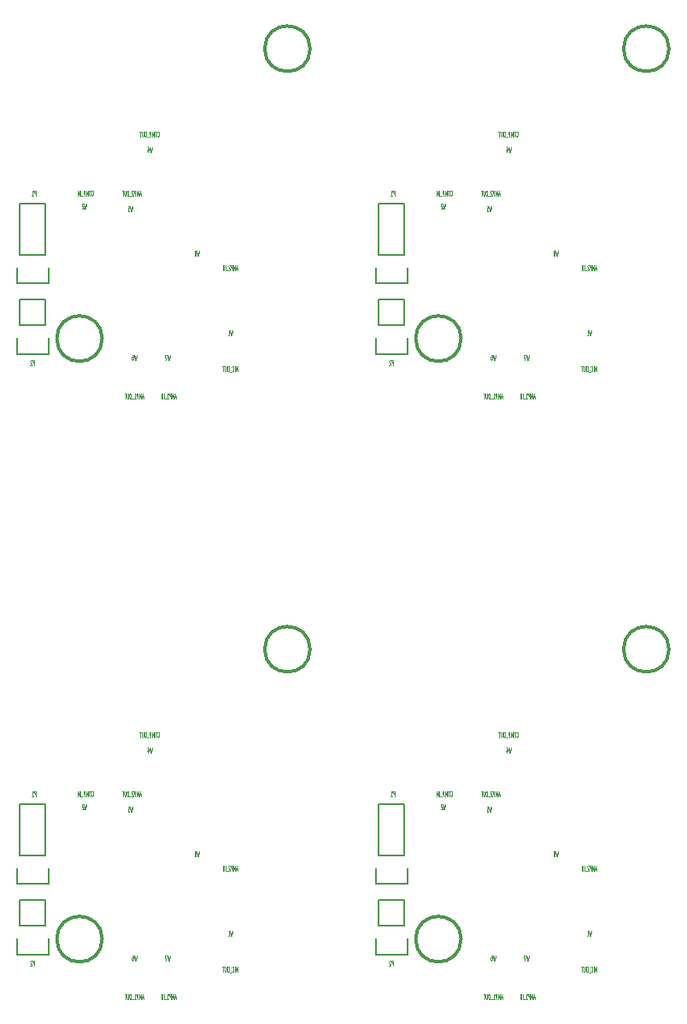
<source format=gbr>
G04 #@! TF.FileFunction,Legend,Bot*
%FSLAX46Y46*%
G04 Gerber Fmt 4.6, Leading zero omitted, Abs format (unit mm)*
G04 Created by KiCad (PCBNEW 0.201601221447+6507~42~ubuntu15.10.1-product) date Fri 22 Jan 2016 07:17:06 PM EST*
%MOMM*%
G01*
G04 APERTURE LIST*
%ADD10C,0.100000*%
%ADD11C,0.063500*%
%ADD12C,0.150000*%
%ADD13C,0.307000*%
%ADD14C,0.025400*%
G04 APERTURE END LIST*
D10*
D11*
X70962762Y-122784810D02*
X70962762Y-122276810D01*
X70878095Y-122639667D01*
X70793428Y-122276810D01*
X70793428Y-122784810D01*
X70672476Y-122784810D02*
X70672476Y-122276810D01*
X70406381Y-122736429D02*
X70418476Y-122760619D01*
X70454762Y-122784810D01*
X70478952Y-122784810D01*
X70515238Y-122760619D01*
X70539429Y-122712238D01*
X70551524Y-122663857D01*
X70563619Y-122567095D01*
X70563619Y-122494524D01*
X70551524Y-122397762D01*
X70539429Y-122349381D01*
X70515238Y-122301000D01*
X70478952Y-122276810D01*
X70454762Y-122276810D01*
X70418476Y-122301000D01*
X70406381Y-122325190D01*
X70358000Y-122833190D02*
X70164476Y-122833190D01*
X70055619Y-122276810D02*
X70007238Y-122276810D01*
X69983047Y-122301000D01*
X69958857Y-122349381D01*
X69946762Y-122446143D01*
X69946762Y-122615476D01*
X69958857Y-122712238D01*
X69983047Y-122760619D01*
X70007238Y-122784810D01*
X70055619Y-122784810D01*
X70079809Y-122760619D01*
X70104000Y-122712238D01*
X70116095Y-122615476D01*
X70116095Y-122446143D01*
X70104000Y-122349381D01*
X70079809Y-122301000D01*
X70055619Y-122276810D01*
X69837905Y-122276810D02*
X69837905Y-122688048D01*
X69825810Y-122736429D01*
X69813714Y-122760619D01*
X69789524Y-122784810D01*
X69741143Y-122784810D01*
X69716952Y-122760619D01*
X69704857Y-122736429D01*
X69692762Y-122688048D01*
X69692762Y-122276810D01*
X69608096Y-122276810D02*
X69462953Y-122276810D01*
X69535524Y-122784810D02*
X69535524Y-122276810D01*
X64878857Y-125306667D02*
X64757905Y-125306667D01*
X64903048Y-125451810D02*
X64818381Y-124943810D01*
X64733714Y-125451810D01*
X64649048Y-125451810D02*
X64649048Y-124943810D01*
X64564381Y-125306667D01*
X64479714Y-124943810D01*
X64479714Y-125451810D01*
X64358762Y-125451810D02*
X64358762Y-124943810D01*
X64262000Y-124943810D01*
X64237809Y-124968000D01*
X64225714Y-124992190D01*
X64213619Y-125040571D01*
X64213619Y-125113143D01*
X64225714Y-125161524D01*
X64237809Y-125185714D01*
X64262000Y-125209905D01*
X64358762Y-125209905D01*
X63971714Y-125451810D02*
X64116857Y-125451810D01*
X64044286Y-125451810D02*
X64044286Y-124943810D01*
X64068476Y-125016381D01*
X64092667Y-125064762D01*
X64116857Y-125088952D01*
X63923333Y-125500190D02*
X63729809Y-125500190D01*
X63669333Y-125451810D02*
X63669333Y-124943810D01*
X63548381Y-125451810D02*
X63548381Y-124943810D01*
X63403238Y-125451810D01*
X63403238Y-124943810D01*
X61619190Y-125306667D02*
X61498238Y-125306667D01*
X61643381Y-125451810D02*
X61558714Y-124943810D01*
X61474047Y-125451810D01*
X61389381Y-125451810D02*
X61389381Y-124943810D01*
X61304714Y-125306667D01*
X61220047Y-124943810D01*
X61220047Y-125451810D01*
X61099095Y-125451810D02*
X61099095Y-124943810D01*
X61002333Y-124943810D01*
X60978142Y-124968000D01*
X60966047Y-124992190D01*
X60953952Y-125040571D01*
X60953952Y-125113143D01*
X60966047Y-125161524D01*
X60978142Y-125185714D01*
X61002333Y-125209905D01*
X61099095Y-125209905D01*
X60712047Y-125451810D02*
X60857190Y-125451810D01*
X60784619Y-125451810D02*
X60784619Y-124943810D01*
X60808809Y-125016381D01*
X60833000Y-125064762D01*
X60857190Y-125088952D01*
X60663666Y-125500190D02*
X60470142Y-125500190D01*
X60361285Y-124943810D02*
X60312904Y-124943810D01*
X60288713Y-124968000D01*
X60264523Y-125016381D01*
X60252428Y-125113143D01*
X60252428Y-125282476D01*
X60264523Y-125379238D01*
X60288713Y-125427619D01*
X60312904Y-125451810D01*
X60361285Y-125451810D01*
X60385475Y-125427619D01*
X60409666Y-125379238D01*
X60421761Y-125282476D01*
X60421761Y-125113143D01*
X60409666Y-125016381D01*
X60385475Y-124968000D01*
X60361285Y-124943810D01*
X60143571Y-124943810D02*
X60143571Y-125355048D01*
X60131476Y-125403429D01*
X60119380Y-125427619D01*
X60095190Y-125451810D01*
X60046809Y-125451810D01*
X60022618Y-125427619D01*
X60010523Y-125403429D01*
X59998428Y-125355048D01*
X59998428Y-124943810D01*
X59913762Y-124943810D02*
X59768619Y-124943810D01*
X59841190Y-125451810D02*
X59841190Y-124943810D01*
X70974857Y-112606667D02*
X70853905Y-112606667D01*
X70999048Y-112751810D02*
X70914381Y-112243810D01*
X70829714Y-112751810D01*
X70745048Y-112751810D02*
X70745048Y-112243810D01*
X70660381Y-112606667D01*
X70575714Y-112243810D01*
X70575714Y-112751810D01*
X70454762Y-112751810D02*
X70454762Y-112243810D01*
X70358000Y-112243810D01*
X70333809Y-112268000D01*
X70321714Y-112292190D01*
X70309619Y-112340571D01*
X70309619Y-112413143D01*
X70321714Y-112461524D01*
X70333809Y-112485714D01*
X70358000Y-112509905D01*
X70454762Y-112509905D01*
X70212857Y-112292190D02*
X70200762Y-112268000D01*
X70176571Y-112243810D01*
X70116095Y-112243810D01*
X70091905Y-112268000D01*
X70079809Y-112292190D01*
X70067714Y-112340571D01*
X70067714Y-112388952D01*
X70079809Y-112461524D01*
X70224952Y-112751810D01*
X70067714Y-112751810D01*
X70019333Y-112800190D02*
X69825809Y-112800190D01*
X69765333Y-112751810D02*
X69765333Y-112243810D01*
X69644381Y-112751810D02*
X69644381Y-112243810D01*
X69499238Y-112751810D01*
X69499238Y-112243810D01*
X56496857Y-105337429D02*
X56508952Y-105361619D01*
X56545238Y-105385810D01*
X56569428Y-105385810D01*
X56605714Y-105361619D01*
X56629905Y-105313238D01*
X56642000Y-105264857D01*
X56654095Y-105168095D01*
X56654095Y-105095524D01*
X56642000Y-104998762D01*
X56629905Y-104950381D01*
X56605714Y-104902000D01*
X56569428Y-104877810D01*
X56545238Y-104877810D01*
X56508952Y-104902000D01*
X56496857Y-104926190D01*
X56339619Y-104877810D02*
X56291238Y-104877810D01*
X56267047Y-104902000D01*
X56242857Y-104950381D01*
X56230762Y-105047143D01*
X56230762Y-105216476D01*
X56242857Y-105313238D01*
X56267047Y-105361619D01*
X56291238Y-105385810D01*
X56339619Y-105385810D01*
X56363809Y-105361619D01*
X56388000Y-105313238D01*
X56400095Y-105216476D01*
X56400095Y-105047143D01*
X56388000Y-104950381D01*
X56363809Y-104902000D01*
X56339619Y-104877810D01*
X56121905Y-105385810D02*
X56121905Y-104877810D01*
X56037238Y-105240667D01*
X55952571Y-104877810D01*
X55952571Y-105385810D01*
X55831619Y-105385810D02*
X55831619Y-104877810D01*
X55734857Y-104877810D01*
X55710666Y-104902000D01*
X55698571Y-104926190D01*
X55686476Y-104974571D01*
X55686476Y-105047143D01*
X55698571Y-105095524D01*
X55710666Y-105119714D01*
X55734857Y-105143905D01*
X55831619Y-105143905D01*
X55638095Y-105434190D02*
X55444571Y-105434190D01*
X55384095Y-105385810D02*
X55384095Y-104877810D01*
X55263143Y-105385810D02*
X55263143Y-104877810D01*
X55118000Y-105385810D01*
X55118000Y-104877810D01*
X63016190Y-99495429D02*
X63028285Y-99519619D01*
X63064571Y-99543810D01*
X63088761Y-99543810D01*
X63125047Y-99519619D01*
X63149238Y-99471238D01*
X63161333Y-99422857D01*
X63173428Y-99326095D01*
X63173428Y-99253524D01*
X63161333Y-99156762D01*
X63149238Y-99108381D01*
X63125047Y-99060000D01*
X63088761Y-99035810D01*
X63064571Y-99035810D01*
X63028285Y-99060000D01*
X63016190Y-99084190D01*
X62858952Y-99035810D02*
X62810571Y-99035810D01*
X62786380Y-99060000D01*
X62762190Y-99108381D01*
X62750095Y-99205143D01*
X62750095Y-99374476D01*
X62762190Y-99471238D01*
X62786380Y-99519619D01*
X62810571Y-99543810D01*
X62858952Y-99543810D01*
X62883142Y-99519619D01*
X62907333Y-99471238D01*
X62919428Y-99374476D01*
X62919428Y-99205143D01*
X62907333Y-99108381D01*
X62883142Y-99060000D01*
X62858952Y-99035810D01*
X62641238Y-99543810D02*
X62641238Y-99035810D01*
X62556571Y-99398667D01*
X62471904Y-99035810D01*
X62471904Y-99543810D01*
X62350952Y-99543810D02*
X62350952Y-99035810D01*
X62254190Y-99035810D01*
X62229999Y-99060000D01*
X62217904Y-99084190D01*
X62205809Y-99132571D01*
X62205809Y-99205143D01*
X62217904Y-99253524D01*
X62229999Y-99277714D01*
X62254190Y-99301905D01*
X62350952Y-99301905D01*
X62157428Y-99592190D02*
X61963904Y-99592190D01*
X61855047Y-99035810D02*
X61806666Y-99035810D01*
X61782475Y-99060000D01*
X61758285Y-99108381D01*
X61746190Y-99205143D01*
X61746190Y-99374476D01*
X61758285Y-99471238D01*
X61782475Y-99519619D01*
X61806666Y-99543810D01*
X61855047Y-99543810D01*
X61879237Y-99519619D01*
X61903428Y-99471238D01*
X61915523Y-99374476D01*
X61915523Y-99205143D01*
X61903428Y-99108381D01*
X61879237Y-99060000D01*
X61855047Y-99035810D01*
X61637333Y-99035810D02*
X61637333Y-99447048D01*
X61625238Y-99495429D01*
X61613142Y-99519619D01*
X61588952Y-99543810D01*
X61540571Y-99543810D01*
X61516380Y-99519619D01*
X61504285Y-99495429D01*
X61492190Y-99447048D01*
X61492190Y-99035810D01*
X61407524Y-99035810D02*
X61262381Y-99035810D01*
X61334952Y-99543810D02*
X61334952Y-99035810D01*
X61365190Y-105240667D02*
X61244238Y-105240667D01*
X61389381Y-105385810D02*
X61304714Y-104877810D01*
X61220047Y-105385810D01*
X61135381Y-105385810D02*
X61135381Y-104877810D01*
X61050714Y-105240667D01*
X60966047Y-104877810D01*
X60966047Y-105385810D01*
X60845095Y-105385810D02*
X60845095Y-104877810D01*
X60748333Y-104877810D01*
X60724142Y-104902000D01*
X60712047Y-104926190D01*
X60699952Y-104974571D01*
X60699952Y-105047143D01*
X60712047Y-105095524D01*
X60724142Y-105119714D01*
X60748333Y-105143905D01*
X60845095Y-105143905D01*
X60603190Y-104926190D02*
X60591095Y-104902000D01*
X60566904Y-104877810D01*
X60506428Y-104877810D01*
X60482238Y-104902000D01*
X60470142Y-104926190D01*
X60458047Y-104974571D01*
X60458047Y-105022952D01*
X60470142Y-105095524D01*
X60615285Y-105385810D01*
X60458047Y-105385810D01*
X60409666Y-105434190D02*
X60216142Y-105434190D01*
X60107285Y-104877810D02*
X60058904Y-104877810D01*
X60034713Y-104902000D01*
X60010523Y-104950381D01*
X59998428Y-105047143D01*
X59998428Y-105216476D01*
X60010523Y-105313238D01*
X60034713Y-105361619D01*
X60058904Y-105385810D01*
X60107285Y-105385810D01*
X60131475Y-105361619D01*
X60155666Y-105313238D01*
X60167761Y-105216476D01*
X60167761Y-105047143D01*
X60155666Y-104950381D01*
X60131475Y-104902000D01*
X60107285Y-104877810D01*
X59889571Y-104877810D02*
X59889571Y-105289048D01*
X59877476Y-105337429D01*
X59865380Y-105361619D01*
X59841190Y-105385810D01*
X59792809Y-105385810D01*
X59768618Y-105361619D01*
X59756523Y-105337429D01*
X59744428Y-105289048D01*
X59744428Y-104877810D01*
X59659762Y-104877810D02*
X59514619Y-104877810D01*
X59587190Y-105385810D02*
X59587190Y-104877810D01*
X70962762Y-63348810D02*
X70962762Y-62840810D01*
X70878095Y-63203667D01*
X70793428Y-62840810D01*
X70793428Y-63348810D01*
X70672476Y-63348810D02*
X70672476Y-62840810D01*
X70406381Y-63300429D02*
X70418476Y-63324619D01*
X70454762Y-63348810D01*
X70478952Y-63348810D01*
X70515238Y-63324619D01*
X70539429Y-63276238D01*
X70551524Y-63227857D01*
X70563619Y-63131095D01*
X70563619Y-63058524D01*
X70551524Y-62961762D01*
X70539429Y-62913381D01*
X70515238Y-62865000D01*
X70478952Y-62840810D01*
X70454762Y-62840810D01*
X70418476Y-62865000D01*
X70406381Y-62889190D01*
X70358000Y-63397190D02*
X70164476Y-63397190D01*
X70055619Y-62840810D02*
X70007238Y-62840810D01*
X69983047Y-62865000D01*
X69958857Y-62913381D01*
X69946762Y-63010143D01*
X69946762Y-63179476D01*
X69958857Y-63276238D01*
X69983047Y-63324619D01*
X70007238Y-63348810D01*
X70055619Y-63348810D01*
X70079809Y-63324619D01*
X70104000Y-63276238D01*
X70116095Y-63179476D01*
X70116095Y-63010143D01*
X70104000Y-62913381D01*
X70079809Y-62865000D01*
X70055619Y-62840810D01*
X69837905Y-62840810D02*
X69837905Y-63252048D01*
X69825810Y-63300429D01*
X69813714Y-63324619D01*
X69789524Y-63348810D01*
X69741143Y-63348810D01*
X69716952Y-63324619D01*
X69704857Y-63300429D01*
X69692762Y-63252048D01*
X69692762Y-62840810D01*
X69608096Y-62840810D02*
X69462953Y-62840810D01*
X69535524Y-63348810D02*
X69535524Y-62840810D01*
X64878857Y-65870667D02*
X64757905Y-65870667D01*
X64903048Y-66015810D02*
X64818381Y-65507810D01*
X64733714Y-66015810D01*
X64649048Y-66015810D02*
X64649048Y-65507810D01*
X64564381Y-65870667D01*
X64479714Y-65507810D01*
X64479714Y-66015810D01*
X64358762Y-66015810D02*
X64358762Y-65507810D01*
X64262000Y-65507810D01*
X64237809Y-65532000D01*
X64225714Y-65556190D01*
X64213619Y-65604571D01*
X64213619Y-65677143D01*
X64225714Y-65725524D01*
X64237809Y-65749714D01*
X64262000Y-65773905D01*
X64358762Y-65773905D01*
X63971714Y-66015810D02*
X64116857Y-66015810D01*
X64044286Y-66015810D02*
X64044286Y-65507810D01*
X64068476Y-65580381D01*
X64092667Y-65628762D01*
X64116857Y-65652952D01*
X63923333Y-66064190D02*
X63729809Y-66064190D01*
X63669333Y-66015810D02*
X63669333Y-65507810D01*
X63548381Y-66015810D02*
X63548381Y-65507810D01*
X63403238Y-66015810D01*
X63403238Y-65507810D01*
X61619190Y-65870667D02*
X61498238Y-65870667D01*
X61643381Y-66015810D02*
X61558714Y-65507810D01*
X61474047Y-66015810D01*
X61389381Y-66015810D02*
X61389381Y-65507810D01*
X61304714Y-65870667D01*
X61220047Y-65507810D01*
X61220047Y-66015810D01*
X61099095Y-66015810D02*
X61099095Y-65507810D01*
X61002333Y-65507810D01*
X60978142Y-65532000D01*
X60966047Y-65556190D01*
X60953952Y-65604571D01*
X60953952Y-65677143D01*
X60966047Y-65725524D01*
X60978142Y-65749714D01*
X61002333Y-65773905D01*
X61099095Y-65773905D01*
X60712047Y-66015810D02*
X60857190Y-66015810D01*
X60784619Y-66015810D02*
X60784619Y-65507810D01*
X60808809Y-65580381D01*
X60833000Y-65628762D01*
X60857190Y-65652952D01*
X60663666Y-66064190D02*
X60470142Y-66064190D01*
X60361285Y-65507810D02*
X60312904Y-65507810D01*
X60288713Y-65532000D01*
X60264523Y-65580381D01*
X60252428Y-65677143D01*
X60252428Y-65846476D01*
X60264523Y-65943238D01*
X60288713Y-65991619D01*
X60312904Y-66015810D01*
X60361285Y-66015810D01*
X60385475Y-65991619D01*
X60409666Y-65943238D01*
X60421761Y-65846476D01*
X60421761Y-65677143D01*
X60409666Y-65580381D01*
X60385475Y-65532000D01*
X60361285Y-65507810D01*
X60143571Y-65507810D02*
X60143571Y-65919048D01*
X60131476Y-65967429D01*
X60119380Y-65991619D01*
X60095190Y-66015810D01*
X60046809Y-66015810D01*
X60022618Y-65991619D01*
X60010523Y-65967429D01*
X59998428Y-65919048D01*
X59998428Y-65507810D01*
X59913762Y-65507810D02*
X59768619Y-65507810D01*
X59841190Y-66015810D02*
X59841190Y-65507810D01*
X70974857Y-53170667D02*
X70853905Y-53170667D01*
X70999048Y-53315810D02*
X70914381Y-52807810D01*
X70829714Y-53315810D01*
X70745048Y-53315810D02*
X70745048Y-52807810D01*
X70660381Y-53170667D01*
X70575714Y-52807810D01*
X70575714Y-53315810D01*
X70454762Y-53315810D02*
X70454762Y-52807810D01*
X70358000Y-52807810D01*
X70333809Y-52832000D01*
X70321714Y-52856190D01*
X70309619Y-52904571D01*
X70309619Y-52977143D01*
X70321714Y-53025524D01*
X70333809Y-53049714D01*
X70358000Y-53073905D01*
X70454762Y-53073905D01*
X70212857Y-52856190D02*
X70200762Y-52832000D01*
X70176571Y-52807810D01*
X70116095Y-52807810D01*
X70091905Y-52832000D01*
X70079809Y-52856190D01*
X70067714Y-52904571D01*
X70067714Y-52952952D01*
X70079809Y-53025524D01*
X70224952Y-53315810D01*
X70067714Y-53315810D01*
X70019333Y-53364190D02*
X69825809Y-53364190D01*
X69765333Y-53315810D02*
X69765333Y-52807810D01*
X69644381Y-53315810D02*
X69644381Y-52807810D01*
X69499238Y-53315810D01*
X69499238Y-52807810D01*
X56496857Y-45901429D02*
X56508952Y-45925619D01*
X56545238Y-45949810D01*
X56569428Y-45949810D01*
X56605714Y-45925619D01*
X56629905Y-45877238D01*
X56642000Y-45828857D01*
X56654095Y-45732095D01*
X56654095Y-45659524D01*
X56642000Y-45562762D01*
X56629905Y-45514381D01*
X56605714Y-45466000D01*
X56569428Y-45441810D01*
X56545238Y-45441810D01*
X56508952Y-45466000D01*
X56496857Y-45490190D01*
X56339619Y-45441810D02*
X56291238Y-45441810D01*
X56267047Y-45466000D01*
X56242857Y-45514381D01*
X56230762Y-45611143D01*
X56230762Y-45780476D01*
X56242857Y-45877238D01*
X56267047Y-45925619D01*
X56291238Y-45949810D01*
X56339619Y-45949810D01*
X56363809Y-45925619D01*
X56388000Y-45877238D01*
X56400095Y-45780476D01*
X56400095Y-45611143D01*
X56388000Y-45514381D01*
X56363809Y-45466000D01*
X56339619Y-45441810D01*
X56121905Y-45949810D02*
X56121905Y-45441810D01*
X56037238Y-45804667D01*
X55952571Y-45441810D01*
X55952571Y-45949810D01*
X55831619Y-45949810D02*
X55831619Y-45441810D01*
X55734857Y-45441810D01*
X55710666Y-45466000D01*
X55698571Y-45490190D01*
X55686476Y-45538571D01*
X55686476Y-45611143D01*
X55698571Y-45659524D01*
X55710666Y-45683714D01*
X55734857Y-45707905D01*
X55831619Y-45707905D01*
X55638095Y-45998190D02*
X55444571Y-45998190D01*
X55384095Y-45949810D02*
X55384095Y-45441810D01*
X55263143Y-45949810D02*
X55263143Y-45441810D01*
X55118000Y-45949810D01*
X55118000Y-45441810D01*
X63016190Y-40059429D02*
X63028285Y-40083619D01*
X63064571Y-40107810D01*
X63088761Y-40107810D01*
X63125047Y-40083619D01*
X63149238Y-40035238D01*
X63161333Y-39986857D01*
X63173428Y-39890095D01*
X63173428Y-39817524D01*
X63161333Y-39720762D01*
X63149238Y-39672381D01*
X63125047Y-39624000D01*
X63088761Y-39599810D01*
X63064571Y-39599810D01*
X63028285Y-39624000D01*
X63016190Y-39648190D01*
X62858952Y-39599810D02*
X62810571Y-39599810D01*
X62786380Y-39624000D01*
X62762190Y-39672381D01*
X62750095Y-39769143D01*
X62750095Y-39938476D01*
X62762190Y-40035238D01*
X62786380Y-40083619D01*
X62810571Y-40107810D01*
X62858952Y-40107810D01*
X62883142Y-40083619D01*
X62907333Y-40035238D01*
X62919428Y-39938476D01*
X62919428Y-39769143D01*
X62907333Y-39672381D01*
X62883142Y-39624000D01*
X62858952Y-39599810D01*
X62641238Y-40107810D02*
X62641238Y-39599810D01*
X62556571Y-39962667D01*
X62471904Y-39599810D01*
X62471904Y-40107810D01*
X62350952Y-40107810D02*
X62350952Y-39599810D01*
X62254190Y-39599810D01*
X62229999Y-39624000D01*
X62217904Y-39648190D01*
X62205809Y-39696571D01*
X62205809Y-39769143D01*
X62217904Y-39817524D01*
X62229999Y-39841714D01*
X62254190Y-39865905D01*
X62350952Y-39865905D01*
X62157428Y-40156190D02*
X61963904Y-40156190D01*
X61855047Y-39599810D02*
X61806666Y-39599810D01*
X61782475Y-39624000D01*
X61758285Y-39672381D01*
X61746190Y-39769143D01*
X61746190Y-39938476D01*
X61758285Y-40035238D01*
X61782475Y-40083619D01*
X61806666Y-40107810D01*
X61855047Y-40107810D01*
X61879237Y-40083619D01*
X61903428Y-40035238D01*
X61915523Y-39938476D01*
X61915523Y-39769143D01*
X61903428Y-39672381D01*
X61879237Y-39624000D01*
X61855047Y-39599810D01*
X61637333Y-39599810D02*
X61637333Y-40011048D01*
X61625238Y-40059429D01*
X61613142Y-40083619D01*
X61588952Y-40107810D01*
X61540571Y-40107810D01*
X61516380Y-40083619D01*
X61504285Y-40059429D01*
X61492190Y-40011048D01*
X61492190Y-39599810D01*
X61407524Y-39599810D02*
X61262381Y-39599810D01*
X61334952Y-40107810D02*
X61334952Y-39599810D01*
X61365190Y-45804667D02*
X61244238Y-45804667D01*
X61389381Y-45949810D02*
X61304714Y-45441810D01*
X61220047Y-45949810D01*
X61135381Y-45949810D02*
X61135381Y-45441810D01*
X61050714Y-45804667D01*
X60966047Y-45441810D01*
X60966047Y-45949810D01*
X60845095Y-45949810D02*
X60845095Y-45441810D01*
X60748333Y-45441810D01*
X60724142Y-45466000D01*
X60712047Y-45490190D01*
X60699952Y-45538571D01*
X60699952Y-45611143D01*
X60712047Y-45659524D01*
X60724142Y-45683714D01*
X60748333Y-45707905D01*
X60845095Y-45707905D01*
X60603190Y-45490190D02*
X60591095Y-45466000D01*
X60566904Y-45441810D01*
X60506428Y-45441810D01*
X60482238Y-45466000D01*
X60470142Y-45490190D01*
X60458047Y-45538571D01*
X60458047Y-45586952D01*
X60470142Y-45659524D01*
X60615285Y-45949810D01*
X60458047Y-45949810D01*
X60409666Y-45998190D02*
X60216142Y-45998190D01*
X60107285Y-45441810D02*
X60058904Y-45441810D01*
X60034713Y-45466000D01*
X60010523Y-45514381D01*
X59998428Y-45611143D01*
X59998428Y-45780476D01*
X60010523Y-45877238D01*
X60034713Y-45925619D01*
X60058904Y-45949810D01*
X60107285Y-45949810D01*
X60131475Y-45925619D01*
X60155666Y-45877238D01*
X60167761Y-45780476D01*
X60167761Y-45611143D01*
X60155666Y-45514381D01*
X60131475Y-45466000D01*
X60107285Y-45441810D01*
X59889571Y-45441810D02*
X59889571Y-45853048D01*
X59877476Y-45901429D01*
X59865380Y-45925619D01*
X59841190Y-45949810D01*
X59792809Y-45949810D01*
X59768618Y-45925619D01*
X59756523Y-45901429D01*
X59744428Y-45853048D01*
X59744428Y-45441810D01*
X59659762Y-45441810D02*
X59514619Y-45441810D01*
X59587190Y-45949810D02*
X59587190Y-45441810D01*
X35402762Y-122784810D02*
X35402762Y-122276810D01*
X35318095Y-122639667D01*
X35233428Y-122276810D01*
X35233428Y-122784810D01*
X35112476Y-122784810D02*
X35112476Y-122276810D01*
X34846381Y-122736429D02*
X34858476Y-122760619D01*
X34894762Y-122784810D01*
X34918952Y-122784810D01*
X34955238Y-122760619D01*
X34979429Y-122712238D01*
X34991524Y-122663857D01*
X35003619Y-122567095D01*
X35003619Y-122494524D01*
X34991524Y-122397762D01*
X34979429Y-122349381D01*
X34955238Y-122301000D01*
X34918952Y-122276810D01*
X34894762Y-122276810D01*
X34858476Y-122301000D01*
X34846381Y-122325190D01*
X34798000Y-122833190D02*
X34604476Y-122833190D01*
X34495619Y-122276810D02*
X34447238Y-122276810D01*
X34423047Y-122301000D01*
X34398857Y-122349381D01*
X34386762Y-122446143D01*
X34386762Y-122615476D01*
X34398857Y-122712238D01*
X34423047Y-122760619D01*
X34447238Y-122784810D01*
X34495619Y-122784810D01*
X34519809Y-122760619D01*
X34544000Y-122712238D01*
X34556095Y-122615476D01*
X34556095Y-122446143D01*
X34544000Y-122349381D01*
X34519809Y-122301000D01*
X34495619Y-122276810D01*
X34277905Y-122276810D02*
X34277905Y-122688048D01*
X34265810Y-122736429D01*
X34253714Y-122760619D01*
X34229524Y-122784810D01*
X34181143Y-122784810D01*
X34156952Y-122760619D01*
X34144857Y-122736429D01*
X34132762Y-122688048D01*
X34132762Y-122276810D01*
X34048096Y-122276810D02*
X33902953Y-122276810D01*
X33975524Y-122784810D02*
X33975524Y-122276810D01*
X29318857Y-125306667D02*
X29197905Y-125306667D01*
X29343048Y-125451810D02*
X29258381Y-124943810D01*
X29173714Y-125451810D01*
X29089048Y-125451810D02*
X29089048Y-124943810D01*
X29004381Y-125306667D01*
X28919714Y-124943810D01*
X28919714Y-125451810D01*
X28798762Y-125451810D02*
X28798762Y-124943810D01*
X28702000Y-124943810D01*
X28677809Y-124968000D01*
X28665714Y-124992190D01*
X28653619Y-125040571D01*
X28653619Y-125113143D01*
X28665714Y-125161524D01*
X28677809Y-125185714D01*
X28702000Y-125209905D01*
X28798762Y-125209905D01*
X28411714Y-125451810D02*
X28556857Y-125451810D01*
X28484286Y-125451810D02*
X28484286Y-124943810D01*
X28508476Y-125016381D01*
X28532667Y-125064762D01*
X28556857Y-125088952D01*
X28363333Y-125500190D02*
X28169809Y-125500190D01*
X28109333Y-125451810D02*
X28109333Y-124943810D01*
X27988381Y-125451810D02*
X27988381Y-124943810D01*
X27843238Y-125451810D01*
X27843238Y-124943810D01*
X26059190Y-125306667D02*
X25938238Y-125306667D01*
X26083381Y-125451810D02*
X25998714Y-124943810D01*
X25914047Y-125451810D01*
X25829381Y-125451810D02*
X25829381Y-124943810D01*
X25744714Y-125306667D01*
X25660047Y-124943810D01*
X25660047Y-125451810D01*
X25539095Y-125451810D02*
X25539095Y-124943810D01*
X25442333Y-124943810D01*
X25418142Y-124968000D01*
X25406047Y-124992190D01*
X25393952Y-125040571D01*
X25393952Y-125113143D01*
X25406047Y-125161524D01*
X25418142Y-125185714D01*
X25442333Y-125209905D01*
X25539095Y-125209905D01*
X25152047Y-125451810D02*
X25297190Y-125451810D01*
X25224619Y-125451810D02*
X25224619Y-124943810D01*
X25248809Y-125016381D01*
X25273000Y-125064762D01*
X25297190Y-125088952D01*
X25103666Y-125500190D02*
X24910142Y-125500190D01*
X24801285Y-124943810D02*
X24752904Y-124943810D01*
X24728713Y-124968000D01*
X24704523Y-125016381D01*
X24692428Y-125113143D01*
X24692428Y-125282476D01*
X24704523Y-125379238D01*
X24728713Y-125427619D01*
X24752904Y-125451810D01*
X24801285Y-125451810D01*
X24825475Y-125427619D01*
X24849666Y-125379238D01*
X24861761Y-125282476D01*
X24861761Y-125113143D01*
X24849666Y-125016381D01*
X24825475Y-124968000D01*
X24801285Y-124943810D01*
X24583571Y-124943810D02*
X24583571Y-125355048D01*
X24571476Y-125403429D01*
X24559380Y-125427619D01*
X24535190Y-125451810D01*
X24486809Y-125451810D01*
X24462618Y-125427619D01*
X24450523Y-125403429D01*
X24438428Y-125355048D01*
X24438428Y-124943810D01*
X24353762Y-124943810D02*
X24208619Y-124943810D01*
X24281190Y-125451810D02*
X24281190Y-124943810D01*
X35414857Y-112606667D02*
X35293905Y-112606667D01*
X35439048Y-112751810D02*
X35354381Y-112243810D01*
X35269714Y-112751810D01*
X35185048Y-112751810D02*
X35185048Y-112243810D01*
X35100381Y-112606667D01*
X35015714Y-112243810D01*
X35015714Y-112751810D01*
X34894762Y-112751810D02*
X34894762Y-112243810D01*
X34798000Y-112243810D01*
X34773809Y-112268000D01*
X34761714Y-112292190D01*
X34749619Y-112340571D01*
X34749619Y-112413143D01*
X34761714Y-112461524D01*
X34773809Y-112485714D01*
X34798000Y-112509905D01*
X34894762Y-112509905D01*
X34652857Y-112292190D02*
X34640762Y-112268000D01*
X34616571Y-112243810D01*
X34556095Y-112243810D01*
X34531905Y-112268000D01*
X34519809Y-112292190D01*
X34507714Y-112340571D01*
X34507714Y-112388952D01*
X34519809Y-112461524D01*
X34664952Y-112751810D01*
X34507714Y-112751810D01*
X34459333Y-112800190D02*
X34265809Y-112800190D01*
X34205333Y-112751810D02*
X34205333Y-112243810D01*
X34084381Y-112751810D02*
X34084381Y-112243810D01*
X33939238Y-112751810D01*
X33939238Y-112243810D01*
X20936857Y-105337429D02*
X20948952Y-105361619D01*
X20985238Y-105385810D01*
X21009428Y-105385810D01*
X21045714Y-105361619D01*
X21069905Y-105313238D01*
X21082000Y-105264857D01*
X21094095Y-105168095D01*
X21094095Y-105095524D01*
X21082000Y-104998762D01*
X21069905Y-104950381D01*
X21045714Y-104902000D01*
X21009428Y-104877810D01*
X20985238Y-104877810D01*
X20948952Y-104902000D01*
X20936857Y-104926190D01*
X20779619Y-104877810D02*
X20731238Y-104877810D01*
X20707047Y-104902000D01*
X20682857Y-104950381D01*
X20670762Y-105047143D01*
X20670762Y-105216476D01*
X20682857Y-105313238D01*
X20707047Y-105361619D01*
X20731238Y-105385810D01*
X20779619Y-105385810D01*
X20803809Y-105361619D01*
X20828000Y-105313238D01*
X20840095Y-105216476D01*
X20840095Y-105047143D01*
X20828000Y-104950381D01*
X20803809Y-104902000D01*
X20779619Y-104877810D01*
X20561905Y-105385810D02*
X20561905Y-104877810D01*
X20477238Y-105240667D01*
X20392571Y-104877810D01*
X20392571Y-105385810D01*
X20271619Y-105385810D02*
X20271619Y-104877810D01*
X20174857Y-104877810D01*
X20150666Y-104902000D01*
X20138571Y-104926190D01*
X20126476Y-104974571D01*
X20126476Y-105047143D01*
X20138571Y-105095524D01*
X20150666Y-105119714D01*
X20174857Y-105143905D01*
X20271619Y-105143905D01*
X20078095Y-105434190D02*
X19884571Y-105434190D01*
X19824095Y-105385810D02*
X19824095Y-104877810D01*
X19703143Y-105385810D02*
X19703143Y-104877810D01*
X19558000Y-105385810D01*
X19558000Y-104877810D01*
X27456190Y-99495429D02*
X27468285Y-99519619D01*
X27504571Y-99543810D01*
X27528761Y-99543810D01*
X27565047Y-99519619D01*
X27589238Y-99471238D01*
X27601333Y-99422857D01*
X27613428Y-99326095D01*
X27613428Y-99253524D01*
X27601333Y-99156762D01*
X27589238Y-99108381D01*
X27565047Y-99060000D01*
X27528761Y-99035810D01*
X27504571Y-99035810D01*
X27468285Y-99060000D01*
X27456190Y-99084190D01*
X27298952Y-99035810D02*
X27250571Y-99035810D01*
X27226380Y-99060000D01*
X27202190Y-99108381D01*
X27190095Y-99205143D01*
X27190095Y-99374476D01*
X27202190Y-99471238D01*
X27226380Y-99519619D01*
X27250571Y-99543810D01*
X27298952Y-99543810D01*
X27323142Y-99519619D01*
X27347333Y-99471238D01*
X27359428Y-99374476D01*
X27359428Y-99205143D01*
X27347333Y-99108381D01*
X27323142Y-99060000D01*
X27298952Y-99035810D01*
X27081238Y-99543810D02*
X27081238Y-99035810D01*
X26996571Y-99398667D01*
X26911904Y-99035810D01*
X26911904Y-99543810D01*
X26790952Y-99543810D02*
X26790952Y-99035810D01*
X26694190Y-99035810D01*
X26669999Y-99060000D01*
X26657904Y-99084190D01*
X26645809Y-99132571D01*
X26645809Y-99205143D01*
X26657904Y-99253524D01*
X26669999Y-99277714D01*
X26694190Y-99301905D01*
X26790952Y-99301905D01*
X26597428Y-99592190D02*
X26403904Y-99592190D01*
X26295047Y-99035810D02*
X26246666Y-99035810D01*
X26222475Y-99060000D01*
X26198285Y-99108381D01*
X26186190Y-99205143D01*
X26186190Y-99374476D01*
X26198285Y-99471238D01*
X26222475Y-99519619D01*
X26246666Y-99543810D01*
X26295047Y-99543810D01*
X26319237Y-99519619D01*
X26343428Y-99471238D01*
X26355523Y-99374476D01*
X26355523Y-99205143D01*
X26343428Y-99108381D01*
X26319237Y-99060000D01*
X26295047Y-99035810D01*
X26077333Y-99035810D02*
X26077333Y-99447048D01*
X26065238Y-99495429D01*
X26053142Y-99519619D01*
X26028952Y-99543810D01*
X25980571Y-99543810D01*
X25956380Y-99519619D01*
X25944285Y-99495429D01*
X25932190Y-99447048D01*
X25932190Y-99035810D01*
X25847524Y-99035810D02*
X25702381Y-99035810D01*
X25774952Y-99543810D02*
X25774952Y-99035810D01*
X25805190Y-105240667D02*
X25684238Y-105240667D01*
X25829381Y-105385810D02*
X25744714Y-104877810D01*
X25660047Y-105385810D01*
X25575381Y-105385810D02*
X25575381Y-104877810D01*
X25490714Y-105240667D01*
X25406047Y-104877810D01*
X25406047Y-105385810D01*
X25285095Y-105385810D02*
X25285095Y-104877810D01*
X25188333Y-104877810D01*
X25164142Y-104902000D01*
X25152047Y-104926190D01*
X25139952Y-104974571D01*
X25139952Y-105047143D01*
X25152047Y-105095524D01*
X25164142Y-105119714D01*
X25188333Y-105143905D01*
X25285095Y-105143905D01*
X25043190Y-104926190D02*
X25031095Y-104902000D01*
X25006904Y-104877810D01*
X24946428Y-104877810D01*
X24922238Y-104902000D01*
X24910142Y-104926190D01*
X24898047Y-104974571D01*
X24898047Y-105022952D01*
X24910142Y-105095524D01*
X25055285Y-105385810D01*
X24898047Y-105385810D01*
X24849666Y-105434190D02*
X24656142Y-105434190D01*
X24547285Y-104877810D02*
X24498904Y-104877810D01*
X24474713Y-104902000D01*
X24450523Y-104950381D01*
X24438428Y-105047143D01*
X24438428Y-105216476D01*
X24450523Y-105313238D01*
X24474713Y-105361619D01*
X24498904Y-105385810D01*
X24547285Y-105385810D01*
X24571475Y-105361619D01*
X24595666Y-105313238D01*
X24607761Y-105216476D01*
X24607761Y-105047143D01*
X24595666Y-104950381D01*
X24571475Y-104902000D01*
X24547285Y-104877810D01*
X24329571Y-104877810D02*
X24329571Y-105289048D01*
X24317476Y-105337429D01*
X24305380Y-105361619D01*
X24281190Y-105385810D01*
X24232809Y-105385810D01*
X24208618Y-105361619D01*
X24196523Y-105337429D01*
X24184428Y-105289048D01*
X24184428Y-104877810D01*
X24099762Y-104877810D02*
X23954619Y-104877810D01*
X24027190Y-105385810D02*
X24027190Y-104877810D01*
X25805190Y-45804667D02*
X25684238Y-45804667D01*
X25829381Y-45949810D02*
X25744714Y-45441810D01*
X25660047Y-45949810D01*
X25575381Y-45949810D02*
X25575381Y-45441810D01*
X25490714Y-45804667D01*
X25406047Y-45441810D01*
X25406047Y-45949810D01*
X25285095Y-45949810D02*
X25285095Y-45441810D01*
X25188333Y-45441810D01*
X25164142Y-45466000D01*
X25152047Y-45490190D01*
X25139952Y-45538571D01*
X25139952Y-45611143D01*
X25152047Y-45659524D01*
X25164142Y-45683714D01*
X25188333Y-45707905D01*
X25285095Y-45707905D01*
X25043190Y-45490190D02*
X25031095Y-45466000D01*
X25006904Y-45441810D01*
X24946428Y-45441810D01*
X24922238Y-45466000D01*
X24910142Y-45490190D01*
X24898047Y-45538571D01*
X24898047Y-45586952D01*
X24910142Y-45659524D01*
X25055285Y-45949810D01*
X24898047Y-45949810D01*
X24849666Y-45998190D02*
X24656142Y-45998190D01*
X24547285Y-45441810D02*
X24498904Y-45441810D01*
X24474713Y-45466000D01*
X24450523Y-45514381D01*
X24438428Y-45611143D01*
X24438428Y-45780476D01*
X24450523Y-45877238D01*
X24474713Y-45925619D01*
X24498904Y-45949810D01*
X24547285Y-45949810D01*
X24571475Y-45925619D01*
X24595666Y-45877238D01*
X24607761Y-45780476D01*
X24607761Y-45611143D01*
X24595666Y-45514381D01*
X24571475Y-45466000D01*
X24547285Y-45441810D01*
X24329571Y-45441810D02*
X24329571Y-45853048D01*
X24317476Y-45901429D01*
X24305380Y-45925619D01*
X24281190Y-45949810D01*
X24232809Y-45949810D01*
X24208618Y-45925619D01*
X24196523Y-45901429D01*
X24184428Y-45853048D01*
X24184428Y-45441810D01*
X24099762Y-45441810D02*
X23954619Y-45441810D01*
X24027190Y-45949810D02*
X24027190Y-45441810D01*
X27456190Y-40059429D02*
X27468285Y-40083619D01*
X27504571Y-40107810D01*
X27528761Y-40107810D01*
X27565047Y-40083619D01*
X27589238Y-40035238D01*
X27601333Y-39986857D01*
X27613428Y-39890095D01*
X27613428Y-39817524D01*
X27601333Y-39720762D01*
X27589238Y-39672381D01*
X27565047Y-39624000D01*
X27528761Y-39599810D01*
X27504571Y-39599810D01*
X27468285Y-39624000D01*
X27456190Y-39648190D01*
X27298952Y-39599810D02*
X27250571Y-39599810D01*
X27226380Y-39624000D01*
X27202190Y-39672381D01*
X27190095Y-39769143D01*
X27190095Y-39938476D01*
X27202190Y-40035238D01*
X27226380Y-40083619D01*
X27250571Y-40107810D01*
X27298952Y-40107810D01*
X27323142Y-40083619D01*
X27347333Y-40035238D01*
X27359428Y-39938476D01*
X27359428Y-39769143D01*
X27347333Y-39672381D01*
X27323142Y-39624000D01*
X27298952Y-39599810D01*
X27081238Y-40107810D02*
X27081238Y-39599810D01*
X26996571Y-39962667D01*
X26911904Y-39599810D01*
X26911904Y-40107810D01*
X26790952Y-40107810D02*
X26790952Y-39599810D01*
X26694190Y-39599810D01*
X26669999Y-39624000D01*
X26657904Y-39648190D01*
X26645809Y-39696571D01*
X26645809Y-39769143D01*
X26657904Y-39817524D01*
X26669999Y-39841714D01*
X26694190Y-39865905D01*
X26790952Y-39865905D01*
X26597428Y-40156190D02*
X26403904Y-40156190D01*
X26295047Y-39599810D02*
X26246666Y-39599810D01*
X26222475Y-39624000D01*
X26198285Y-39672381D01*
X26186190Y-39769143D01*
X26186190Y-39938476D01*
X26198285Y-40035238D01*
X26222475Y-40083619D01*
X26246666Y-40107810D01*
X26295047Y-40107810D01*
X26319237Y-40083619D01*
X26343428Y-40035238D01*
X26355523Y-39938476D01*
X26355523Y-39769143D01*
X26343428Y-39672381D01*
X26319237Y-39624000D01*
X26295047Y-39599810D01*
X26077333Y-39599810D02*
X26077333Y-40011048D01*
X26065238Y-40059429D01*
X26053142Y-40083619D01*
X26028952Y-40107810D01*
X25980571Y-40107810D01*
X25956380Y-40083619D01*
X25944285Y-40059429D01*
X25932190Y-40011048D01*
X25932190Y-39599810D01*
X25847524Y-39599810D02*
X25702381Y-39599810D01*
X25774952Y-40107810D02*
X25774952Y-39599810D01*
X20936857Y-45901429D02*
X20948952Y-45925619D01*
X20985238Y-45949810D01*
X21009428Y-45949810D01*
X21045714Y-45925619D01*
X21069905Y-45877238D01*
X21082000Y-45828857D01*
X21094095Y-45732095D01*
X21094095Y-45659524D01*
X21082000Y-45562762D01*
X21069905Y-45514381D01*
X21045714Y-45466000D01*
X21009428Y-45441810D01*
X20985238Y-45441810D01*
X20948952Y-45466000D01*
X20936857Y-45490190D01*
X20779619Y-45441810D02*
X20731238Y-45441810D01*
X20707047Y-45466000D01*
X20682857Y-45514381D01*
X20670762Y-45611143D01*
X20670762Y-45780476D01*
X20682857Y-45877238D01*
X20707047Y-45925619D01*
X20731238Y-45949810D01*
X20779619Y-45949810D01*
X20803809Y-45925619D01*
X20828000Y-45877238D01*
X20840095Y-45780476D01*
X20840095Y-45611143D01*
X20828000Y-45514381D01*
X20803809Y-45466000D01*
X20779619Y-45441810D01*
X20561905Y-45949810D02*
X20561905Y-45441810D01*
X20477238Y-45804667D01*
X20392571Y-45441810D01*
X20392571Y-45949810D01*
X20271619Y-45949810D02*
X20271619Y-45441810D01*
X20174857Y-45441810D01*
X20150666Y-45466000D01*
X20138571Y-45490190D01*
X20126476Y-45538571D01*
X20126476Y-45611143D01*
X20138571Y-45659524D01*
X20150666Y-45683714D01*
X20174857Y-45707905D01*
X20271619Y-45707905D01*
X20078095Y-45998190D02*
X19884571Y-45998190D01*
X19824095Y-45949810D02*
X19824095Y-45441810D01*
X19703143Y-45949810D02*
X19703143Y-45441810D01*
X19558000Y-45949810D01*
X19558000Y-45441810D01*
X35414857Y-53170667D02*
X35293905Y-53170667D01*
X35439048Y-53315810D02*
X35354381Y-52807810D01*
X35269714Y-53315810D01*
X35185048Y-53315810D02*
X35185048Y-52807810D01*
X35100381Y-53170667D01*
X35015714Y-52807810D01*
X35015714Y-53315810D01*
X34894762Y-53315810D02*
X34894762Y-52807810D01*
X34798000Y-52807810D01*
X34773809Y-52832000D01*
X34761714Y-52856190D01*
X34749619Y-52904571D01*
X34749619Y-52977143D01*
X34761714Y-53025524D01*
X34773809Y-53049714D01*
X34798000Y-53073905D01*
X34894762Y-53073905D01*
X34652857Y-52856190D02*
X34640762Y-52832000D01*
X34616571Y-52807810D01*
X34556095Y-52807810D01*
X34531905Y-52832000D01*
X34519809Y-52856190D01*
X34507714Y-52904571D01*
X34507714Y-52952952D01*
X34519809Y-53025524D01*
X34664952Y-53315810D01*
X34507714Y-53315810D01*
X34459333Y-53364190D02*
X34265809Y-53364190D01*
X34205333Y-53315810D02*
X34205333Y-52807810D01*
X34084381Y-53315810D02*
X34084381Y-52807810D01*
X33939238Y-53315810D01*
X33939238Y-52807810D01*
X26059190Y-65870667D02*
X25938238Y-65870667D01*
X26083381Y-66015810D02*
X25998714Y-65507810D01*
X25914047Y-66015810D01*
X25829381Y-66015810D02*
X25829381Y-65507810D01*
X25744714Y-65870667D01*
X25660047Y-65507810D01*
X25660047Y-66015810D01*
X25539095Y-66015810D02*
X25539095Y-65507810D01*
X25442333Y-65507810D01*
X25418142Y-65532000D01*
X25406047Y-65556190D01*
X25393952Y-65604571D01*
X25393952Y-65677143D01*
X25406047Y-65725524D01*
X25418142Y-65749714D01*
X25442333Y-65773905D01*
X25539095Y-65773905D01*
X25152047Y-66015810D02*
X25297190Y-66015810D01*
X25224619Y-66015810D02*
X25224619Y-65507810D01*
X25248809Y-65580381D01*
X25273000Y-65628762D01*
X25297190Y-65652952D01*
X25103666Y-66064190D02*
X24910142Y-66064190D01*
X24801285Y-65507810D02*
X24752904Y-65507810D01*
X24728713Y-65532000D01*
X24704523Y-65580381D01*
X24692428Y-65677143D01*
X24692428Y-65846476D01*
X24704523Y-65943238D01*
X24728713Y-65991619D01*
X24752904Y-66015810D01*
X24801285Y-66015810D01*
X24825475Y-65991619D01*
X24849666Y-65943238D01*
X24861761Y-65846476D01*
X24861761Y-65677143D01*
X24849666Y-65580381D01*
X24825475Y-65532000D01*
X24801285Y-65507810D01*
X24583571Y-65507810D02*
X24583571Y-65919048D01*
X24571476Y-65967429D01*
X24559380Y-65991619D01*
X24535190Y-66015810D01*
X24486809Y-66015810D01*
X24462618Y-65991619D01*
X24450523Y-65967429D01*
X24438428Y-65919048D01*
X24438428Y-65507810D01*
X24353762Y-65507810D02*
X24208619Y-65507810D01*
X24281190Y-66015810D02*
X24281190Y-65507810D01*
X29318857Y-65870667D02*
X29197905Y-65870667D01*
X29343048Y-66015810D02*
X29258381Y-65507810D01*
X29173714Y-66015810D01*
X29089048Y-66015810D02*
X29089048Y-65507810D01*
X29004381Y-65870667D01*
X28919714Y-65507810D01*
X28919714Y-66015810D01*
X28798762Y-66015810D02*
X28798762Y-65507810D01*
X28702000Y-65507810D01*
X28677809Y-65532000D01*
X28665714Y-65556190D01*
X28653619Y-65604571D01*
X28653619Y-65677143D01*
X28665714Y-65725524D01*
X28677809Y-65749714D01*
X28702000Y-65773905D01*
X28798762Y-65773905D01*
X28411714Y-66015810D02*
X28556857Y-66015810D01*
X28484286Y-66015810D02*
X28484286Y-65507810D01*
X28508476Y-65580381D01*
X28532667Y-65628762D01*
X28556857Y-65652952D01*
X28363333Y-66064190D02*
X28169809Y-66064190D01*
X28109333Y-66015810D02*
X28109333Y-65507810D01*
X27988381Y-66015810D02*
X27988381Y-65507810D01*
X27843238Y-66015810D01*
X27843238Y-65507810D01*
X35402762Y-63348810D02*
X35402762Y-62840810D01*
X35318095Y-63203667D01*
X35233428Y-62840810D01*
X35233428Y-63348810D01*
X35112476Y-63348810D02*
X35112476Y-62840810D01*
X34846381Y-63300429D02*
X34858476Y-63324619D01*
X34894762Y-63348810D01*
X34918952Y-63348810D01*
X34955238Y-63324619D01*
X34979429Y-63276238D01*
X34991524Y-63227857D01*
X35003619Y-63131095D01*
X35003619Y-63058524D01*
X34991524Y-62961762D01*
X34979429Y-62913381D01*
X34955238Y-62865000D01*
X34918952Y-62840810D01*
X34894762Y-62840810D01*
X34858476Y-62865000D01*
X34846381Y-62889190D01*
X34798000Y-63397190D02*
X34604476Y-63397190D01*
X34495619Y-62840810D02*
X34447238Y-62840810D01*
X34423047Y-62865000D01*
X34398857Y-62913381D01*
X34386762Y-63010143D01*
X34386762Y-63179476D01*
X34398857Y-63276238D01*
X34423047Y-63324619D01*
X34447238Y-63348810D01*
X34495619Y-63348810D01*
X34519809Y-63324619D01*
X34544000Y-63276238D01*
X34556095Y-63179476D01*
X34556095Y-63010143D01*
X34544000Y-62913381D01*
X34519809Y-62865000D01*
X34495619Y-62840810D01*
X34277905Y-62840810D02*
X34277905Y-63252048D01*
X34265810Y-63300429D01*
X34253714Y-63324619D01*
X34229524Y-63348810D01*
X34181143Y-63348810D01*
X34156952Y-63324619D01*
X34144857Y-63300429D01*
X34132762Y-63252048D01*
X34132762Y-62840810D01*
X34048096Y-62840810D02*
X33902953Y-62840810D01*
X33975524Y-63348810D02*
X33975524Y-62840810D01*
D12*
X51943000Y-118237000D02*
X51943000Y-115697000D01*
X52223000Y-121057000D02*
X52223000Y-119507000D01*
X51943000Y-118237000D02*
X49403000Y-118237000D01*
X49123000Y-119507000D02*
X49123000Y-121057000D01*
X49123000Y-121057000D02*
X52223000Y-121057000D01*
X49403000Y-118237000D02*
X49403000Y-115697000D01*
X49403000Y-115697000D02*
X51943000Y-115697000D01*
X49403000Y-111252000D02*
X49403000Y-106172000D01*
X49403000Y-106172000D02*
X51943000Y-106172000D01*
X51943000Y-106172000D02*
X51943000Y-111252000D01*
X52223000Y-114072000D02*
X52223000Y-112522000D01*
X51943000Y-111252000D02*
X49403000Y-111252000D01*
X49123000Y-112522000D02*
X49123000Y-114072000D01*
X49123000Y-114072000D02*
X52223000Y-114072000D01*
D13*
X78153000Y-90854000D02*
G75*
G03X78153000Y-90854000I-2250000J0D01*
G01*
X57553000Y-119544000D02*
G75*
G03X57553000Y-119544000I-2250000J0D01*
G01*
D12*
X51943000Y-58801000D02*
X51943000Y-56261000D01*
X52223000Y-61621000D02*
X52223000Y-60071000D01*
X51943000Y-58801000D02*
X49403000Y-58801000D01*
X49123000Y-60071000D02*
X49123000Y-61621000D01*
X49123000Y-61621000D02*
X52223000Y-61621000D01*
X49403000Y-58801000D02*
X49403000Y-56261000D01*
X49403000Y-56261000D02*
X51943000Y-56261000D01*
X49403000Y-51816000D02*
X49403000Y-46736000D01*
X49403000Y-46736000D02*
X51943000Y-46736000D01*
X51943000Y-46736000D02*
X51943000Y-51816000D01*
X52223000Y-54636000D02*
X52223000Y-53086000D01*
X51943000Y-51816000D02*
X49403000Y-51816000D01*
X49123000Y-53086000D02*
X49123000Y-54636000D01*
X49123000Y-54636000D02*
X52223000Y-54636000D01*
D13*
X78153000Y-31418000D02*
G75*
G03X78153000Y-31418000I-2250000J0D01*
G01*
X57553000Y-60108000D02*
G75*
G03X57553000Y-60108000I-2250000J0D01*
G01*
D12*
X16383000Y-118237000D02*
X16383000Y-115697000D01*
X16663000Y-121057000D02*
X16663000Y-119507000D01*
X16383000Y-118237000D02*
X13843000Y-118237000D01*
X13563000Y-119507000D02*
X13563000Y-121057000D01*
X13563000Y-121057000D02*
X16663000Y-121057000D01*
X13843000Y-118237000D02*
X13843000Y-115697000D01*
X13843000Y-115697000D02*
X16383000Y-115697000D01*
X13843000Y-111252000D02*
X13843000Y-106172000D01*
X13843000Y-106172000D02*
X16383000Y-106172000D01*
X16383000Y-106172000D02*
X16383000Y-111252000D01*
X16663000Y-114072000D02*
X16663000Y-112522000D01*
X16383000Y-111252000D02*
X13843000Y-111252000D01*
X13563000Y-112522000D02*
X13563000Y-114072000D01*
X13563000Y-114072000D02*
X16663000Y-114072000D01*
D13*
X42593000Y-90854000D02*
G75*
G03X42593000Y-90854000I-2250000J0D01*
G01*
X21993000Y-119544000D02*
G75*
G03X21993000Y-119544000I-2250000J0D01*
G01*
X42593000Y-31418000D02*
G75*
G03X42593000Y-31418000I-2250000J0D01*
G01*
X21993000Y-60108000D02*
G75*
G03X21993000Y-60108000I-2250000J0D01*
G01*
D12*
X13843000Y-51816000D02*
X13843000Y-46736000D01*
X13843000Y-46736000D02*
X16383000Y-46736000D01*
X16383000Y-46736000D02*
X16383000Y-51816000D01*
X16663000Y-54636000D02*
X16663000Y-53086000D01*
X16383000Y-51816000D02*
X13843000Y-51816000D01*
X13563000Y-53086000D02*
X13563000Y-54636000D01*
X13563000Y-54636000D02*
X16663000Y-54636000D01*
X16383000Y-58801000D02*
X16383000Y-56261000D01*
X16663000Y-61621000D02*
X16663000Y-60071000D01*
X16383000Y-58801000D02*
X13843000Y-58801000D01*
X13563000Y-60071000D02*
X13563000Y-61621000D01*
X13563000Y-61621000D02*
X16663000Y-61621000D01*
X13843000Y-58801000D02*
X13843000Y-56261000D01*
X13843000Y-56261000D02*
X16383000Y-56261000D01*
D14*
X50809676Y-122149810D02*
X50809676Y-121641810D01*
X50712914Y-121641810D01*
X50688723Y-121666000D01*
X50676628Y-121690190D01*
X50664533Y-121738571D01*
X50664533Y-121811143D01*
X50676628Y-121859524D01*
X50688723Y-121883714D01*
X50712914Y-121907905D01*
X50809676Y-121907905D01*
X50567771Y-121690190D02*
X50555676Y-121666000D01*
X50531485Y-121641810D01*
X50471009Y-121641810D01*
X50446819Y-121666000D01*
X50434723Y-121690190D01*
X50422628Y-121738571D01*
X50422628Y-121786952D01*
X50434723Y-121859524D01*
X50579866Y-122149810D01*
X50422628Y-122149810D01*
X67158809Y-110846810D02*
X67098333Y-111354810D01*
X67049952Y-110991952D01*
X67001571Y-111354810D01*
X66941095Y-110846810D01*
X66808047Y-111064524D02*
X66832238Y-111040333D01*
X66844333Y-111016143D01*
X66856428Y-110967762D01*
X66856428Y-110943571D01*
X66844333Y-110895190D01*
X66832238Y-110871000D01*
X66808047Y-110846810D01*
X66759666Y-110846810D01*
X66735476Y-110871000D01*
X66723380Y-110895190D01*
X66711285Y-110943571D01*
X66711285Y-110967762D01*
X66723380Y-111016143D01*
X66735476Y-111040333D01*
X66759666Y-111064524D01*
X66808047Y-111064524D01*
X66832238Y-111088714D01*
X66844333Y-111112905D01*
X66856428Y-111161286D01*
X66856428Y-111258048D01*
X66844333Y-111306429D01*
X66832238Y-111330619D01*
X66808047Y-111354810D01*
X66759666Y-111354810D01*
X66735476Y-111330619D01*
X66723380Y-111306429D01*
X66711285Y-111258048D01*
X66711285Y-111161286D01*
X66723380Y-111112905D01*
X66735476Y-111088714D01*
X66759666Y-111064524D01*
X64237809Y-121133810D02*
X64177333Y-121641810D01*
X64128952Y-121278952D01*
X64080571Y-121641810D01*
X64020095Y-121133810D01*
X63947523Y-121133810D02*
X63778190Y-121133810D01*
X63887047Y-121641810D01*
X60935809Y-121133810D02*
X60875333Y-121641810D01*
X60826952Y-121278952D01*
X60778571Y-121641810D01*
X60718095Y-121133810D01*
X60512476Y-121133810D02*
X60560857Y-121133810D01*
X60585047Y-121158000D01*
X60597142Y-121182190D01*
X60621333Y-121254762D01*
X60633428Y-121351524D01*
X60633428Y-121545048D01*
X60621333Y-121593429D01*
X60609238Y-121617619D01*
X60585047Y-121641810D01*
X60536666Y-121641810D01*
X60512476Y-121617619D01*
X60500380Y-121593429D01*
X60488285Y-121545048D01*
X60488285Y-121424095D01*
X60500380Y-121375714D01*
X60512476Y-121351524D01*
X60536666Y-121327333D01*
X60585047Y-121327333D01*
X60609238Y-121351524D01*
X60621333Y-121375714D01*
X60633428Y-121424095D01*
X60554809Y-106401810D02*
X60494333Y-106909810D01*
X60445952Y-106546952D01*
X60397571Y-106909810D01*
X60337095Y-106401810D01*
X60119380Y-106401810D02*
X60240333Y-106401810D01*
X60252428Y-106643714D01*
X60240333Y-106619524D01*
X60216142Y-106595333D01*
X60155666Y-106595333D01*
X60131476Y-106619524D01*
X60119380Y-106643714D01*
X60107285Y-106692095D01*
X60107285Y-106813048D01*
X60119380Y-106861429D01*
X60131476Y-106885619D01*
X60155666Y-106909810D01*
X60216142Y-106909810D01*
X60240333Y-106885619D01*
X60252428Y-106861429D01*
X62459809Y-100559810D02*
X62399333Y-101067810D01*
X62350952Y-100704952D01*
X62302571Y-101067810D01*
X62242095Y-100559810D01*
X62036476Y-100729143D02*
X62036476Y-101067810D01*
X62096952Y-100535619D02*
X62157428Y-100898476D01*
X62000190Y-100898476D01*
X55982809Y-106147810D02*
X55922333Y-106655810D01*
X55873952Y-106292952D01*
X55825571Y-106655810D01*
X55765095Y-106147810D01*
X55680428Y-106196190D02*
X55668333Y-106172000D01*
X55644142Y-106147810D01*
X55583666Y-106147810D01*
X55559476Y-106172000D01*
X55547380Y-106196190D01*
X55535285Y-106244571D01*
X55535285Y-106292952D01*
X55547380Y-106365524D01*
X55692523Y-106655810D01*
X55535285Y-106655810D01*
X70460809Y-118720810D02*
X70400333Y-119228810D01*
X70351952Y-118865952D01*
X70303571Y-119228810D01*
X70243095Y-118720810D01*
X70013285Y-119228810D02*
X70158428Y-119228810D01*
X70085857Y-119228810D02*
X70085857Y-118720810D01*
X70110047Y-118793381D01*
X70134238Y-118841762D01*
X70158428Y-118865952D01*
X50987476Y-105385810D02*
X50987476Y-104877810D01*
X50890714Y-104877810D01*
X50866523Y-104902000D01*
X50854428Y-104926190D01*
X50842333Y-104974571D01*
X50842333Y-105047143D01*
X50854428Y-105095524D01*
X50866523Y-105119714D01*
X50890714Y-105143905D01*
X50987476Y-105143905D01*
X50600428Y-105385810D02*
X50745571Y-105385810D01*
X50673000Y-105385810D02*
X50673000Y-104877810D01*
X50697190Y-104950381D01*
X50721381Y-104998762D01*
X50745571Y-105022952D01*
X50809676Y-62713810D02*
X50809676Y-62205810D01*
X50712914Y-62205810D01*
X50688723Y-62230000D01*
X50676628Y-62254190D01*
X50664533Y-62302571D01*
X50664533Y-62375143D01*
X50676628Y-62423524D01*
X50688723Y-62447714D01*
X50712914Y-62471905D01*
X50809676Y-62471905D01*
X50567771Y-62254190D02*
X50555676Y-62230000D01*
X50531485Y-62205810D01*
X50471009Y-62205810D01*
X50446819Y-62230000D01*
X50434723Y-62254190D01*
X50422628Y-62302571D01*
X50422628Y-62350952D01*
X50434723Y-62423524D01*
X50579866Y-62713810D01*
X50422628Y-62713810D01*
X67158809Y-51410810D02*
X67098333Y-51918810D01*
X67049952Y-51555952D01*
X67001571Y-51918810D01*
X66941095Y-51410810D01*
X66808047Y-51628524D02*
X66832238Y-51604333D01*
X66844333Y-51580143D01*
X66856428Y-51531762D01*
X66856428Y-51507571D01*
X66844333Y-51459190D01*
X66832238Y-51435000D01*
X66808047Y-51410810D01*
X66759666Y-51410810D01*
X66735476Y-51435000D01*
X66723380Y-51459190D01*
X66711285Y-51507571D01*
X66711285Y-51531762D01*
X66723380Y-51580143D01*
X66735476Y-51604333D01*
X66759666Y-51628524D01*
X66808047Y-51628524D01*
X66832238Y-51652714D01*
X66844333Y-51676905D01*
X66856428Y-51725286D01*
X66856428Y-51822048D01*
X66844333Y-51870429D01*
X66832238Y-51894619D01*
X66808047Y-51918810D01*
X66759666Y-51918810D01*
X66735476Y-51894619D01*
X66723380Y-51870429D01*
X66711285Y-51822048D01*
X66711285Y-51725286D01*
X66723380Y-51676905D01*
X66735476Y-51652714D01*
X66759666Y-51628524D01*
X64237809Y-61697810D02*
X64177333Y-62205810D01*
X64128952Y-61842952D01*
X64080571Y-62205810D01*
X64020095Y-61697810D01*
X63947523Y-61697810D02*
X63778190Y-61697810D01*
X63887047Y-62205810D01*
X60935809Y-61697810D02*
X60875333Y-62205810D01*
X60826952Y-61842952D01*
X60778571Y-62205810D01*
X60718095Y-61697810D01*
X60512476Y-61697810D02*
X60560857Y-61697810D01*
X60585047Y-61722000D01*
X60597142Y-61746190D01*
X60621333Y-61818762D01*
X60633428Y-61915524D01*
X60633428Y-62109048D01*
X60621333Y-62157429D01*
X60609238Y-62181619D01*
X60585047Y-62205810D01*
X60536666Y-62205810D01*
X60512476Y-62181619D01*
X60500380Y-62157429D01*
X60488285Y-62109048D01*
X60488285Y-61988095D01*
X60500380Y-61939714D01*
X60512476Y-61915524D01*
X60536666Y-61891333D01*
X60585047Y-61891333D01*
X60609238Y-61915524D01*
X60621333Y-61939714D01*
X60633428Y-61988095D01*
X60554809Y-46965810D02*
X60494333Y-47473810D01*
X60445952Y-47110952D01*
X60397571Y-47473810D01*
X60337095Y-46965810D01*
X60119380Y-46965810D02*
X60240333Y-46965810D01*
X60252428Y-47207714D01*
X60240333Y-47183524D01*
X60216142Y-47159333D01*
X60155666Y-47159333D01*
X60131476Y-47183524D01*
X60119380Y-47207714D01*
X60107285Y-47256095D01*
X60107285Y-47377048D01*
X60119380Y-47425429D01*
X60131476Y-47449619D01*
X60155666Y-47473810D01*
X60216142Y-47473810D01*
X60240333Y-47449619D01*
X60252428Y-47425429D01*
X62459809Y-41123810D02*
X62399333Y-41631810D01*
X62350952Y-41268952D01*
X62302571Y-41631810D01*
X62242095Y-41123810D01*
X62036476Y-41293143D02*
X62036476Y-41631810D01*
X62096952Y-41099619D02*
X62157428Y-41462476D01*
X62000190Y-41462476D01*
X55982809Y-46711810D02*
X55922333Y-47219810D01*
X55873952Y-46856952D01*
X55825571Y-47219810D01*
X55765095Y-46711810D01*
X55680428Y-46760190D02*
X55668333Y-46736000D01*
X55644142Y-46711810D01*
X55583666Y-46711810D01*
X55559476Y-46736000D01*
X55547380Y-46760190D01*
X55535285Y-46808571D01*
X55535285Y-46856952D01*
X55547380Y-46929524D01*
X55692523Y-47219810D01*
X55535285Y-47219810D01*
X70460809Y-59284810D02*
X70400333Y-59792810D01*
X70351952Y-59429952D01*
X70303571Y-59792810D01*
X70243095Y-59284810D01*
X70013285Y-59792810D02*
X70158428Y-59792810D01*
X70085857Y-59792810D02*
X70085857Y-59284810D01*
X70110047Y-59357381D01*
X70134238Y-59405762D01*
X70158428Y-59429952D01*
X50987476Y-45949810D02*
X50987476Y-45441810D01*
X50890714Y-45441810D01*
X50866523Y-45466000D01*
X50854428Y-45490190D01*
X50842333Y-45538571D01*
X50842333Y-45611143D01*
X50854428Y-45659524D01*
X50866523Y-45683714D01*
X50890714Y-45707905D01*
X50987476Y-45707905D01*
X50600428Y-45949810D02*
X50745571Y-45949810D01*
X50673000Y-45949810D02*
X50673000Y-45441810D01*
X50697190Y-45514381D01*
X50721381Y-45562762D01*
X50745571Y-45586952D01*
X15249676Y-122149810D02*
X15249676Y-121641810D01*
X15152914Y-121641810D01*
X15128723Y-121666000D01*
X15116628Y-121690190D01*
X15104533Y-121738571D01*
X15104533Y-121811143D01*
X15116628Y-121859524D01*
X15128723Y-121883714D01*
X15152914Y-121907905D01*
X15249676Y-121907905D01*
X15007771Y-121690190D02*
X14995676Y-121666000D01*
X14971485Y-121641810D01*
X14911009Y-121641810D01*
X14886819Y-121666000D01*
X14874723Y-121690190D01*
X14862628Y-121738571D01*
X14862628Y-121786952D01*
X14874723Y-121859524D01*
X15019866Y-122149810D01*
X14862628Y-122149810D01*
X31598809Y-110846810D02*
X31538333Y-111354810D01*
X31489952Y-110991952D01*
X31441571Y-111354810D01*
X31381095Y-110846810D01*
X31248047Y-111064524D02*
X31272238Y-111040333D01*
X31284333Y-111016143D01*
X31296428Y-110967762D01*
X31296428Y-110943571D01*
X31284333Y-110895190D01*
X31272238Y-110871000D01*
X31248047Y-110846810D01*
X31199666Y-110846810D01*
X31175476Y-110871000D01*
X31163380Y-110895190D01*
X31151285Y-110943571D01*
X31151285Y-110967762D01*
X31163380Y-111016143D01*
X31175476Y-111040333D01*
X31199666Y-111064524D01*
X31248047Y-111064524D01*
X31272238Y-111088714D01*
X31284333Y-111112905D01*
X31296428Y-111161286D01*
X31296428Y-111258048D01*
X31284333Y-111306429D01*
X31272238Y-111330619D01*
X31248047Y-111354810D01*
X31199666Y-111354810D01*
X31175476Y-111330619D01*
X31163380Y-111306429D01*
X31151285Y-111258048D01*
X31151285Y-111161286D01*
X31163380Y-111112905D01*
X31175476Y-111088714D01*
X31199666Y-111064524D01*
X28677809Y-121133810D02*
X28617333Y-121641810D01*
X28568952Y-121278952D01*
X28520571Y-121641810D01*
X28460095Y-121133810D01*
X28387523Y-121133810D02*
X28218190Y-121133810D01*
X28327047Y-121641810D01*
X25375809Y-121133810D02*
X25315333Y-121641810D01*
X25266952Y-121278952D01*
X25218571Y-121641810D01*
X25158095Y-121133810D01*
X24952476Y-121133810D02*
X25000857Y-121133810D01*
X25025047Y-121158000D01*
X25037142Y-121182190D01*
X25061333Y-121254762D01*
X25073428Y-121351524D01*
X25073428Y-121545048D01*
X25061333Y-121593429D01*
X25049238Y-121617619D01*
X25025047Y-121641810D01*
X24976666Y-121641810D01*
X24952476Y-121617619D01*
X24940380Y-121593429D01*
X24928285Y-121545048D01*
X24928285Y-121424095D01*
X24940380Y-121375714D01*
X24952476Y-121351524D01*
X24976666Y-121327333D01*
X25025047Y-121327333D01*
X25049238Y-121351524D01*
X25061333Y-121375714D01*
X25073428Y-121424095D01*
X24994809Y-106401810D02*
X24934333Y-106909810D01*
X24885952Y-106546952D01*
X24837571Y-106909810D01*
X24777095Y-106401810D01*
X24559380Y-106401810D02*
X24680333Y-106401810D01*
X24692428Y-106643714D01*
X24680333Y-106619524D01*
X24656142Y-106595333D01*
X24595666Y-106595333D01*
X24571476Y-106619524D01*
X24559380Y-106643714D01*
X24547285Y-106692095D01*
X24547285Y-106813048D01*
X24559380Y-106861429D01*
X24571476Y-106885619D01*
X24595666Y-106909810D01*
X24656142Y-106909810D01*
X24680333Y-106885619D01*
X24692428Y-106861429D01*
X26899809Y-100559810D02*
X26839333Y-101067810D01*
X26790952Y-100704952D01*
X26742571Y-101067810D01*
X26682095Y-100559810D01*
X26476476Y-100729143D02*
X26476476Y-101067810D01*
X26536952Y-100535619D02*
X26597428Y-100898476D01*
X26440190Y-100898476D01*
X20422809Y-106147810D02*
X20362333Y-106655810D01*
X20313952Y-106292952D01*
X20265571Y-106655810D01*
X20205095Y-106147810D01*
X20120428Y-106196190D02*
X20108333Y-106172000D01*
X20084142Y-106147810D01*
X20023666Y-106147810D01*
X19999476Y-106172000D01*
X19987380Y-106196190D01*
X19975285Y-106244571D01*
X19975285Y-106292952D01*
X19987380Y-106365524D01*
X20132523Y-106655810D01*
X19975285Y-106655810D01*
X34900809Y-118720810D02*
X34840333Y-119228810D01*
X34791952Y-118865952D01*
X34743571Y-119228810D01*
X34683095Y-118720810D01*
X34453285Y-119228810D02*
X34598428Y-119228810D01*
X34525857Y-119228810D02*
X34525857Y-118720810D01*
X34550047Y-118793381D01*
X34574238Y-118841762D01*
X34598428Y-118865952D01*
X15427476Y-105385810D02*
X15427476Y-104877810D01*
X15330714Y-104877810D01*
X15306523Y-104902000D01*
X15294428Y-104926190D01*
X15282333Y-104974571D01*
X15282333Y-105047143D01*
X15294428Y-105095524D01*
X15306523Y-105119714D01*
X15330714Y-105143905D01*
X15427476Y-105143905D01*
X15040428Y-105385810D02*
X15185571Y-105385810D01*
X15113000Y-105385810D02*
X15113000Y-104877810D01*
X15137190Y-104950381D01*
X15161381Y-104998762D01*
X15185571Y-105022952D01*
X15427476Y-45949810D02*
X15427476Y-45441810D01*
X15330714Y-45441810D01*
X15306523Y-45466000D01*
X15294428Y-45490190D01*
X15282333Y-45538571D01*
X15282333Y-45611143D01*
X15294428Y-45659524D01*
X15306523Y-45683714D01*
X15330714Y-45707905D01*
X15427476Y-45707905D01*
X15040428Y-45949810D02*
X15185571Y-45949810D01*
X15113000Y-45949810D02*
X15113000Y-45441810D01*
X15137190Y-45514381D01*
X15161381Y-45562762D01*
X15185571Y-45586952D01*
X34900809Y-59284810D02*
X34840333Y-59792810D01*
X34791952Y-59429952D01*
X34743571Y-59792810D01*
X34683095Y-59284810D01*
X34453285Y-59792810D02*
X34598428Y-59792810D01*
X34525857Y-59792810D02*
X34525857Y-59284810D01*
X34550047Y-59357381D01*
X34574238Y-59405762D01*
X34598428Y-59429952D01*
X20422809Y-46711810D02*
X20362333Y-47219810D01*
X20313952Y-46856952D01*
X20265571Y-47219810D01*
X20205095Y-46711810D01*
X20120428Y-46760190D02*
X20108333Y-46736000D01*
X20084142Y-46711810D01*
X20023666Y-46711810D01*
X19999476Y-46736000D01*
X19987380Y-46760190D01*
X19975285Y-46808571D01*
X19975285Y-46856952D01*
X19987380Y-46929524D01*
X20132523Y-47219810D01*
X19975285Y-47219810D01*
X26899809Y-41123810D02*
X26839333Y-41631810D01*
X26790952Y-41268952D01*
X26742571Y-41631810D01*
X26682095Y-41123810D01*
X26476476Y-41293143D02*
X26476476Y-41631810D01*
X26536952Y-41099619D02*
X26597428Y-41462476D01*
X26440190Y-41462476D01*
X24994809Y-46965810D02*
X24934333Y-47473810D01*
X24885952Y-47110952D01*
X24837571Y-47473810D01*
X24777095Y-46965810D01*
X24559380Y-46965810D02*
X24680333Y-46965810D01*
X24692428Y-47207714D01*
X24680333Y-47183524D01*
X24656142Y-47159333D01*
X24595666Y-47159333D01*
X24571476Y-47183524D01*
X24559380Y-47207714D01*
X24547285Y-47256095D01*
X24547285Y-47377048D01*
X24559380Y-47425429D01*
X24571476Y-47449619D01*
X24595666Y-47473810D01*
X24656142Y-47473810D01*
X24680333Y-47449619D01*
X24692428Y-47425429D01*
X25375809Y-61697810D02*
X25315333Y-62205810D01*
X25266952Y-61842952D01*
X25218571Y-62205810D01*
X25158095Y-61697810D01*
X24952476Y-61697810D02*
X25000857Y-61697810D01*
X25025047Y-61722000D01*
X25037142Y-61746190D01*
X25061333Y-61818762D01*
X25073428Y-61915524D01*
X25073428Y-62109048D01*
X25061333Y-62157429D01*
X25049238Y-62181619D01*
X25025047Y-62205810D01*
X24976666Y-62205810D01*
X24952476Y-62181619D01*
X24940380Y-62157429D01*
X24928285Y-62109048D01*
X24928285Y-61988095D01*
X24940380Y-61939714D01*
X24952476Y-61915524D01*
X24976666Y-61891333D01*
X25025047Y-61891333D01*
X25049238Y-61915524D01*
X25061333Y-61939714D01*
X25073428Y-61988095D01*
X28677809Y-61697810D02*
X28617333Y-62205810D01*
X28568952Y-61842952D01*
X28520571Y-62205810D01*
X28460095Y-61697810D01*
X28387523Y-61697810D02*
X28218190Y-61697810D01*
X28327047Y-62205810D01*
X31598809Y-51410810D02*
X31538333Y-51918810D01*
X31489952Y-51555952D01*
X31441571Y-51918810D01*
X31381095Y-51410810D01*
X31248047Y-51628524D02*
X31272238Y-51604333D01*
X31284333Y-51580143D01*
X31296428Y-51531762D01*
X31296428Y-51507571D01*
X31284333Y-51459190D01*
X31272238Y-51435000D01*
X31248047Y-51410810D01*
X31199666Y-51410810D01*
X31175476Y-51435000D01*
X31163380Y-51459190D01*
X31151285Y-51507571D01*
X31151285Y-51531762D01*
X31163380Y-51580143D01*
X31175476Y-51604333D01*
X31199666Y-51628524D01*
X31248047Y-51628524D01*
X31272238Y-51652714D01*
X31284333Y-51676905D01*
X31296428Y-51725286D01*
X31296428Y-51822048D01*
X31284333Y-51870429D01*
X31272238Y-51894619D01*
X31248047Y-51918810D01*
X31199666Y-51918810D01*
X31175476Y-51894619D01*
X31163380Y-51870429D01*
X31151285Y-51822048D01*
X31151285Y-51725286D01*
X31163380Y-51676905D01*
X31175476Y-51652714D01*
X31199666Y-51628524D01*
X15249676Y-62713810D02*
X15249676Y-62205810D01*
X15152914Y-62205810D01*
X15128723Y-62230000D01*
X15116628Y-62254190D01*
X15104533Y-62302571D01*
X15104533Y-62375143D01*
X15116628Y-62423524D01*
X15128723Y-62447714D01*
X15152914Y-62471905D01*
X15249676Y-62471905D01*
X15007771Y-62254190D02*
X14995676Y-62230000D01*
X14971485Y-62205810D01*
X14911009Y-62205810D01*
X14886819Y-62230000D01*
X14874723Y-62254190D01*
X14862628Y-62302571D01*
X14862628Y-62350952D01*
X14874723Y-62423524D01*
X15019866Y-62713810D01*
X14862628Y-62713810D01*
M02*

</source>
